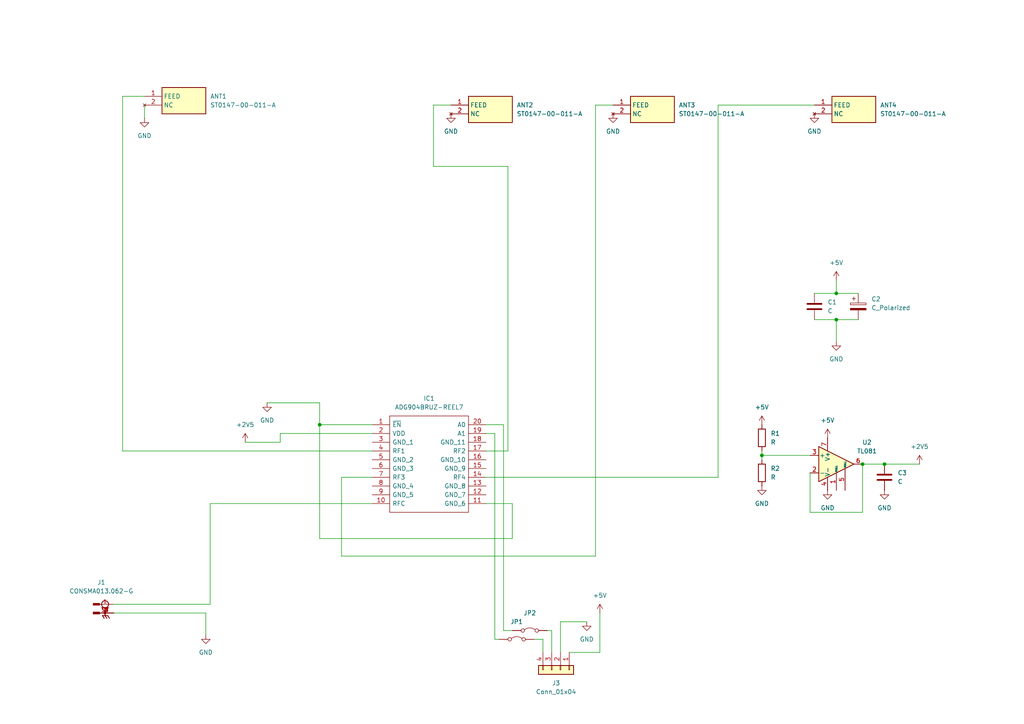
<source format=kicad_sch>
(kicad_sch (version 20231120) (generator "eeschema") (generator_version "8.0")
  (paper "A4")
  (lib_symbols
    (symbol "Amplifier_Operational:TL081" (pin_names (offset 0.127))
      (property "Reference" "U" (at 0 6.35 0))
      (property "Value" "TL081" (at 0 3.81 0))
      (symbol "TL081_0_1"
        (polyline (pts (xy -5.08 5.08) (xy 5.08 0) (xy -5.08 -5.08) (xy -5.08 5.08)) (stroke (width 0.254)) (fill (type background)))
      )
      (symbol "TL081_1_1"
        (pin input line (at 0 -7.62 90) (length 5.08) (name "NULL") (number "1"))
        (pin input line (at -7.62 -2.54 0) (length 2.54) (name "-") (number "2"))
        (pin input line (at -7.62 2.54 0) (length 2.54) (name "+") (number "3"))
        (pin power_in line (at -2.54 -7.62 90) (length 3.81) (name "V-") (number "4"))
        (pin input line (at 2.54 -7.62 90) (length 6.35) (name "NULL") (number "5"))
        (pin output line (at 7.62 0 180) (length 2.54) (name "~") (number "6"))
        (pin power_in line (at -2.54 7.62 270) (length 3.81) (name "V+") (number "7"))
        (pin no_connect line (at 0 2.54 270) (length 2.54) hide (name "NC") (number "8"))
      )
    )
    (symbol "Connector_Generic:Conn_01x04" (pin_names (offset 1.016) hide)
      (property "Reference" "J" (at 0 5.08 0))
      (property "Value" "Conn_01x04" (at 0 -7.62 0))
      (symbol "Conn_01x04_1_1"
        (rectangle (start -1.27 -4.953) (end 0 -5.207) (stroke (width 0.1524)))
        (rectangle (start -1.27 -2.413) (end 0 -2.667) (stroke (width 0.1524)))
        (rectangle (start -1.27 0.127) (end 0 -0.127) (stroke (width 0.1524)))
        (rectangle (start -1.27 2.667) (end 0 2.413) (stroke (width 0.1524)))
        (rectangle (start -1.27 3.81) (end 1.27 -6.35) (stroke (width 0.254)) (fill (type background)))
        (pin passive line (at -5.08 2.54 0) (length 3.81) (name "Pin_1") (number "1"))
        (pin passive line (at -5.08 0 0) (length 3.81) (name "Pin_2") (number "2"))
        (pin passive line (at -5.08 -2.54 0) (length 3.81) (name "Pin_3") (number "3"))
        (pin passive line (at -5.08 -5.08 0) (length 3.81) (name "Pin_4") (number "4"))
      )
    )
    (symbol "Device:C" (pin_numbers hide) (pin_names (offset 0.254))
      (property "Reference" "C" (at 0.635 2.54 0))
      (property "Value" "C" (at 0.635 -2.54 0))
      (symbol "C_0_1"
        (polyline (pts (xy -2.032 -0.762) (xy 2.032 -0.762)) (stroke (width 0.508)))
        (polyline (pts (xy -2.032 0.762) (xy 2.032 0.762)) (stroke (width 0.508)))
      )
      (symbol "C_1_1"
        (pin passive line (at 0 3.81 270) (length 2.794) (name "~") (number "1"))
        (pin passive line (at 0 -3.81 90) (length 2.794) (name "~") (number "2"))
      )
    )
    (symbol "Device:C_Polarized" (pin_numbers hide) (pin_names (offset 0.254))
      (property "Reference" "C" (at 0.635 2.54 0))
      (property "Value" "C_Polarized" (at 0.635 -2.54 0))
      (symbol "C_Polarized_0_1"
        (rectangle (start -2.286 0.508) (end 2.286 1.016))
        (polyline (pts (xy -1.778 2.286) (xy -0.762 2.286)))
        (polyline (pts (xy -1.27 2.794) (xy -1.27 1.778)))
        (rectangle (start 2.286 -0.508) (end -2.286 -1.016) (fill (type outline)))
      )
      (symbol "C_Polarized_1_1"
        (pin passive line (at 0 3.81 270) (length 2.794) (name "~") (number "1"))
        (pin passive line (at 0 -3.81 90) (length 2.794) (name "~") (number "2"))
      )
    )
    (symbol "Device:R" (pin_numbers hide) (pin_names (offset 0))
      (property "Reference" "R" (at 2.032 0 90))
      (property "Value" "R" (at 0 0 90))
      (symbol "R_0_1"
        (rectangle (start -1.016 -2.54) (end 1.016 2.54) (stroke (width 0.254)))
      )
      (symbol "R_1_1"
        (pin passive line (at 0 3.81 270) (length 1.27) (name "~") (number "1"))
        (pin passive line (at 0 -3.81 90) (length 1.27) (name "~") (number "2"))
      )
    )
    (symbol "Jumper:Jumper_2_Bridged" (pin_numbers hide) (pin_names (offset 0) hide) (exclude_from_sim yes)
      (property "Reference" "JP" (at 0 1.905 0))
      (property "Value" "Jumper_2_Bridged" (at 0 -2.54 0))
      (symbol "Jumper_2_Bridged_0_0"
        (circle (center -2.032 0) (radius 0.508))
        (circle (center 2.032 0) (radius 0.508))
      )
      (symbol "Jumper_2_Bridged_0_1"
        (arc (start 1.524 0.254) (mid 0 0.762) (end -1.524 0.254))
      )
      (symbol "Jumper_2_Bridged_1_1"
        (pin passive line (at -5.08 0 0) (length 2.54) (name "A") (number "1"))
        (pin passive line (at 5.08 0 180) (length 2.54) (name "B") (number "2"))
      )
    )
    (symbol "power:+2V5" (power) (pin_numbers hide) (pin_names (offset 0) hide)
      (property "Value" "+2V5" (at 0 3.556 0))
      (symbol "+2V5_0_1"
        (polyline (pts (xy -0.762 1.27) (xy 0 2.54)))
        (polyline (pts (xy 0 0) (xy 0 2.54)))
        (polyline (pts (xy 0 2.54) (xy 0.762 1.27)))
      )
      (symbol "+2V5_1_1"
        (pin power_in line (at 0 0 90) (length 0) (name "~") (number "1"))
      )
    )
    (symbol "power:+5V" (power) (pin_numbers hide) (pin_names (offset 0) hide)
      (property "Value" "+5V" (at 0 3.556 0))
      (symbol "+5V_0_1"
        (polyline (pts (xy -0.762 1.27) (xy 0 2.54)))
        (polyline (pts (xy 0 0) (xy 0 2.54)))
        (polyline (pts (xy 0 2.54) (xy 0.762 1.27)))
      )
      (symbol "+5V_1_1"
        (pin power_in line (at 0 0 90) (length 0) (name "~") (number "1"))
      )
    )
    (symbol "power:GND" (power) (pin_numbers hide) (pin_names (offset 0) hide)
      (property "Value" "GND" (at 0 -3.81 0))
      (symbol "GND_0_1"
        (polyline (pts (xy 0 0) (xy 0 -1.27) (xy 1.27 -1.27) (xy 0 -2.54) (xy -1.27 -1.27) (xy 0 -1.27)))
      )
      (symbol "GND_1_1"
        (pin power_in line (at 0 0 270) (length 0) (name "~") (number "1"))
      )
    )
    (symbol "test_library:ADG904BRUZ-REEL7" (pin_names (offset 0.762))
      (property "Reference" "IC" (at 29.21 7.62 0))
      (property "Value" "ADG904BRUZ-REEL7" (at 29.21 5.08 0))
      (symbol "ADG904BRUZ-REEL7_0_0"
        (pin passive line (at 0 0 0) (length 5.08) (name "~{EN}") (number "1"))
        (pin passive line (at 0 -22.86 0) (length 5.08) (name "RFC") (number "10"))
        (pin passive line (at 33.02 -22.86 180) (length 5.08) (name "GND_6") (number "11"))
        (pin passive line (at 33.02 -20.32 180) (length 5.08) (name "GND_7") (number "12"))
        (pin passive line (at 33.02 -17.78 180) (length 5.08) (name "GND_8") (number "13"))
        (pin passive line (at 33.02 -15.24 180) (length 5.08) (name "RF4") (number "14"))
        (pin passive line (at 33.02 -12.7 180) (length 5.08) (name "GND_9") (number "15"))
        (pin passive line (at 33.02 -10.16 180) (length 5.08) (name "GND_10") (number "16"))
        (pin passive line (at 33.02 -7.62 180) (length 5.08) (name "RF2") (number "17"))
        (pin passive line (at 33.02 -5.08 180) (length 5.08) (name "GND_11") (number "18"))
        (pin passive line (at 33.02 -2.54 180) (length 5.08) (name "A1") (number "19"))
        (pin passive line (at 0 -2.54 0) (length 5.08) (name "VDD") (number "2"))
        (pin passive line (at 33.02 0 180) (length 5.08) (name "A0") (number "20"))
        (pin passive line (at 0 -5.08 0) (length 5.08) (name "GND_1") (number "3"))
        (pin passive line (at 0 -7.62 0) (length 5.08) (name "RF1") (number "4"))
        (pin passive line (at 0 -10.16 0) (length 5.08) (name "GND_2") (number "5"))
        (pin passive line (at 0 -12.7 0) (length 5.08) (name "GND_3") (number "6"))
        (pin passive line (at 0 -15.24 0) (length 5.08) (name "RF3") (number "7"))
        (pin passive line (at 0 -17.78 0) (length 5.08) (name "GND_4") (number "8"))
        (pin passive line (at 0 -20.32 0) (length 5.08) (name "GND_5") (number "9"))
      )
      (symbol "ADG904BRUZ-REEL7_0_1"
        (polyline (pts (xy 5.08 2.54) (xy 27.94 2.54) (xy 27.94 -25.4) (xy 5.08 -25.4) (xy 5.08 2.54)) (stroke (width 0.1524)))
      )
    )
    (symbol "test_library:CONSMA013.062-G" (pin_names (offset 1.016))
      (property "Reference" "J" (at -3.81 1.524 0))
      (property "Value" "CONSMA013.062-G" (at -4.064 -6.858 0))
      (symbol "CONSMA013.062-G_0_0"
        (circle (center 0 -2.54) (radius 0.254) (stroke (width 0.254)))
        (polyline (pts (xy -1.016 -1.016) (xy 0 -1.016)) (stroke (width 0.254)))
        (polyline (pts (xy -0.762 -3.302) (xy -1.27 -4.064)) (stroke (width 0.254)))
        (polyline (pts (xy 0 -3.302) (xy -0.762 -3.302)) (stroke (width 0.254)))
        (polyline (pts (xy 0 -3.302) (xy -0.508 -4.064)) (stroke (width 0.254)))
        (polyline (pts (xy 0 -3.302) (xy 0.762 -3.302)) (stroke (width 0.254)))
        (polyline (pts (xy 0 -1.016) (xy 0 -3.302)) (stroke (width 0.254)))
        (polyline (pts (xy 0 -1.016) (xy 1.016 -1.016)) (stroke (width 0.254)))
        (polyline (pts (xy 0.762 -3.302) (xy 0.254 -4.064)) (stroke (width 0.254)))
        (circle (center 0 0) (radius 1.016) (stroke (width 0.254)))
        (rectangle (start 1.5875 -2.8575) (end 3.4925 -2.2225) (stroke (width 0.1)) (fill (type outline)))
        (rectangle (start 1.5875 -0.3175) (end 3.4925 0.3175) (stroke (width 0.1)) (fill (type outline)))
        (pin passive line (at -2.54 0 0) (length 5.08) (name "~") (number "1"))
        (pin passive line (at -2.54 -2.54 0) (length 5.08) (name "~") (number "S1"))
        (pin passive line (at -2.54 -2.54 0) (length 5.08) (name "~") (number "S2"))
        (pin passive line (at -2.54 -2.54 0) (length 5.08) (name "~") (number "S3"))
        (pin passive line (at -2.54 -2.54 0) (length 5.08) (name "~") (number "S4"))
      )
    )
    (symbol "test_library:ST0147-00-011-A"
      (property "Reference" "ANT" (at 19.05 7.62 0))
      (property "Value" "ST0147-00-011-A" (at 19.05 5.08 0))
      (symbol "ST0147-00-011-A_1_1"
        (rectangle (start 5.08 2.54) (end 17.78 -5.08) (stroke (width 0.254)) (fill (type background)))
        (pin input line (at 0 0 0) (length 5.08) (name "FEED") (number "1"))
        (pin no_connect line (at 0 -2.54 0) (length 5.08) (name "NC") (number "2"))
      )
    )
  )
  (junction (at 256.54 134.62))
  (junction (at 242.57 92.71))
  (junction (at 242.57 85.09))
  (junction (at 220.98 132.08))
  (junction (at 92.71 123.19))
  (junction (at 250.19 134.62))
  (wire (pts (xy 170.18 180.34) (xy 162.56 180.34)))
  (wire (pts (xy 33.02 177.8) (xy 59.69 177.8)))
  (wire (pts (xy 172.72 30.48) (xy 177.8 30.48)))
  (wire (pts (xy 148.59 182.88) (xy 146.05 182.88)))
  (wire (pts (xy 162.56 180.34) (xy 162.56 189.23)))
  (wire (pts (xy 248.92 92.71) (xy 242.57 92.71)))
  (wire (pts (xy 256.54 134.62) (xy 266.7 134.62)))
  (wire (pts (xy 146.05 123.19) (xy 140.97 123.19)))
  (wire (pts (xy 160.02 182.88) (xy 158.75 182.88)))
  (wire (pts (xy 236.22 85.09) (xy 242.57 85.09)))
  (wire (pts (xy 107.95 146.05) (xy 60.96 146.05)))
  (wire (pts (xy 146.05 182.88) (xy 146.05 123.19)))
  (wire (pts (xy 81.28 128.27) (xy 81.28 125.73)))
  (wire (pts (xy 147.32 48.26) (xy 125.73 48.26)))
  (wire (pts (xy 99.06 138.43) (xy 99.06 161.29)))
  (wire (pts (xy 148.59 156.21) (xy 148.59 146.05)))
  (wire (pts (xy 92.71 116.84) (xy 77.47 116.84)))
  (wire (pts (xy 107.95 123.19) (xy 92.71 123.19)))
  (wire (pts (xy 125.73 30.48) (xy 130.81 30.48)))
  (wire (pts (xy 220.98 132.08) (xy 234.95 132.08)))
  (wire (pts (xy 81.28 125.73) (xy 107.95 125.73)))
  (wire (pts (xy 41.91 30.48) (xy 41.91 34.29)))
  (wire (pts (xy 107.95 138.43) (xy 99.06 138.43)))
  (wire (pts (xy 71.12 128.27) (xy 81.28 128.27)))
  (wire (pts (xy 92.71 123.19) (xy 92.71 156.21)))
  (wire (pts (xy 242.57 92.71) (xy 242.57 99.06)))
  (wire (pts (xy 140.97 130.81) (xy 147.32 130.81)))
  (wire (pts (xy 172.72 161.29) (xy 172.72 30.48)))
  (wire (pts (xy 234.95 148.59) (xy 250.19 148.59)))
  (wire (pts (xy 143.51 125.73) (xy 140.97 125.73)))
  (wire (pts (xy 59.69 184.15) (xy 59.69 177.8)))
  (wire (pts (xy 143.51 185.42) (xy 143.51 125.73)))
  (wire (pts (xy 33.02 175.26) (xy 60.96 175.26)))
  (wire (pts (xy 92.71 156.21) (xy 148.59 156.21)))
  (wire (pts (xy 107.95 130.81) (xy 35.56 130.81)))
  (wire (pts (xy 35.56 27.94) (xy 41.91 27.94)))
  (wire (pts (xy 157.48 185.42) (xy 154.94 185.42)))
  (wire (pts (xy 208.28 30.48) (xy 208.28 138.43)))
  (wire (pts (xy 147.32 130.81) (xy 147.32 48.26)))
  (wire (pts (xy 125.73 48.26) (xy 125.73 30.48)))
  (wire (pts (xy 157.48 189.23) (xy 157.48 185.42)))
  (wire (pts (xy 60.96 146.05) (xy 60.96 175.26)))
  (wire (pts (xy 160.02 189.23) (xy 160.02 182.88)))
  (wire (pts (xy 250.19 134.62) (xy 256.54 134.62)))
  (wire (pts (xy 140.97 146.05) (xy 148.59 146.05)))
  (wire (pts (xy 165.1 189.23) (xy 173.99 189.23)))
  (wire (pts (xy 92.71 116.84) (xy 92.71 123.19)))
  (wire (pts (xy 220.98 132.08) (xy 220.98 133.35)))
  (wire (pts (xy 248.92 85.09) (xy 242.57 85.09)))
  (wire (pts (xy 144.78 185.42) (xy 143.51 185.42)))
  (wire (pts (xy 35.56 130.81) (xy 35.56 27.94)))
  (wire (pts (xy 250.19 148.59) (xy 250.19 134.62)))
  (wire (pts (xy 236.22 30.48) (xy 208.28 30.48)))
  (wire (pts (xy 234.95 148.59) (xy 234.95 137.16)))
  (wire (pts (xy 242.57 85.09) (xy 242.57 81.28)))
  (wire (pts (xy 236.22 92.71) (xy 242.57 92.71)))
  (wire (pts (xy 173.99 189.23) (xy 173.99 177.8)))
  (wire (pts (xy 208.28 138.43) (xy 140.97 138.43)))
  (wire (pts (xy 220.98 130.81) (xy 220.98 132.08)))
  (wire (pts (xy 99.06 161.29) (xy 172.72 161.29)))
  (symbol (lib_id "test_library:ST0147-00-011-A") (at 177.8 30.48 0) (unit 1)
    (property "Reference" "ANT3" (at 196.85 30.4799 0) (effects (justify left)))
    (property "Value" "ST0147-00-011-A" (at 196.85 33.0199 0) (effects (justify left)))
    (property "Footprint" "ANTC3016X55N" (effects (hide yes)))
    (property "Datasheet" "https://s3-us-west-2.amazonaws.com/catsy.582/ST0147-00-011-A+BT+WiFi+2.4G+Datasheet-RB00.pdf" (effects (hide yes)))
    (property "Description" "RF Antenna Chip PCB Surface Mount Single Band 2W 50 Ohm" (effects (hide yes)))
    (property "Height" "0.55" (effects (hide yes)))
    (property "Manufacturer_Name" "Amphenol RF" (effects (hide yes)))
    (property "Manufacturer_Part_Number" "ST0147-00-011-A" (effects (hide yes)))
  )
  (symbol (lib_id "power:GND") (at 242.57 99.06 0) (unit 1)
    (property "Reference" "#PWR010" (effects (hide yes)))
    (property "Value" "GND" (at 242.57 104.14 0))
    (property "Description" "Power symbol creates a global label with name \"GND\" , ground" (effects (hide yes)))
  )
  (symbol (lib_id "Jumper:Jumper_2_Bridged") (at 153.67 182.88 0) (unit 1) (exclude_from_sim yes)
    (property "Reference" "JP2" (at 153.67 177.8 0))
    (property "Value" "Jumper_2_Bridged" (effects (hide yes)))
    (property "Footprint" "test_footprint_library:jumper20" (effects (hide yes)))
    (property "Description" "Jumper, 2-pole, closed/bridged" (effects (hide yes)))
  )
  (symbol (lib_id "power:GND") (at 177.8 33.02 0) (unit 1)
    (property "Reference" "#PWR06" (effects (hide yes)))
    (property "Value" "GND" (at 177.8 38.1 0))
    (property "Description" "Power symbol creates a global label with name \"GND\" , ground" (effects (hide yes)))
  )
  (symbol (lib_id "Device:C_Polarized") (at 248.92 88.9 0) (unit 1)
    (property "Reference" "C2" (at 252.73 86.7409 0) (effects (justify left)))
    (property "Value" "C_Polarized" (at 252.73 89.2809 0) (effects (justify left)))
    (property "Footprint" "Capacitor_SMD:CP_Elec_6.3x5.4" (effects (hide yes)))
    (property "Description" "Polarized capacitor" (effects (hide yes)))
  )
  (symbol (lib_id "test_library:ST0147-00-011-A") (at 236.22 30.48 0) (unit 1)
    (property "Reference" "ANT4" (at 255.27 30.4799 0) (effects (justify left)))
    (property "Value" "ST0147-00-011-A" (at 255.27 33.0199 0) (effects (justify left)))
    (property "Footprint" "ANTC3016X55N" (effects (hide yes)))
    (property "Datasheet" "https://s3-us-west-2.amazonaws.com/catsy.582/ST0147-00-011-A+BT+WiFi+2.4G+Datasheet-RB00.pdf" (effects (hide yes)))
    (property "Description" "RF Antenna Chip PCB Surface Mount Single Band 2W 50 Ohm" (effects (hide yes)))
    (property "Height" "0.55" (effects (hide yes)))
    (property "Manufacturer_Name" "Amphenol RF" (effects (hide yes)))
    (property "Manufacturer_Part_Number" "ST0147-00-011-A" (effects (hide yes)))
  )
  (symbol (lib_id "Jumper:Jumper_2_Bridged") (at 149.86 185.42 0) (unit 1) (exclude_from_sim yes)
    (property "Reference" "JP1" (at 149.86 180.34 0))
    (property "Value" "Jumper_2_Bridged" (effects (hide yes)))
    (property "Footprint" "test_footprint_library:jumper20" (effects (hide yes)))
    (property "Description" "Jumper, 2-pole, closed/bridged" (effects (hide yes)))
  )
  (symbol (lib_id "power:GND") (at 59.69 184.15 0) (unit 1)
    (property "Reference" "#PWR07" (effects (hide yes)))
    (property "Value" "GND" (at 59.69 189.23 0))
    (property "Description" "Power symbol creates a global label with name \"GND\" , ground" (effects (hide yes)))
  )
  (symbol (lib_id "Device:R") (at 220.98 137.16 0) (unit 1)
    (property "Reference" "R2" (at 223.52 135.8899 0) (effects (justify left)))
    (property "Value" "R" (at 223.52 138.4299 0) (effects (justify left)))
    (property "Footprint" "Resistor_THT:R_Axial_DIN0411_L9.9mm_D3.6mm_P15.24mm_Horizontal" (effects (hide yes)))
    (property "Description" "Resistor" (effects (hide yes)))
  )
  (symbol (lib_id "test_library:CONSMA013.062-G") (at 30.48 175.26 0) (mirror y) (unit 1)
    (property "Reference" "J1" (at 29.4072 168.91 0))
    (property "Value" "CONSMA013.062-G" (at 29.4072 171.45 0))
    (property "Footprint" "test_footprint_library:LINX_CONSMA013.062-G" (effects (hide yes)))
    (property "MF" "Linx Technologies" (effects (hide yes)))
    (property "MAXIMUM_PACKAGE_HEIGHT" "4.3mm" (effects (hide yes)))
    (property "Package" "None" (effects (hide yes)))
    (property "Price" "None" (effects (hide yes)))
    (property "Check_prices" "https://www.snapeda.com/parts/CONSMA013.062-G/Linx/view-part/?ref=eda" (effects (hide yes)))
    (property "STANDARD" "Manufacturer Recommendations" (effects (hide yes)))
    (property "PARTREV" "A" (effects (hide yes)))
    (property "SnapEDA_Link" "https://www.snapeda.com/parts/CONSMA013.062-G/Linx/view-part/?ref=snap" (effects (hide yes)))
    (property "MP" "CONSMA013.062-G" (effects (hide yes)))
    (property "Description_1" "\n                        \n                            SMA Plug 50 Ohm .062 PCB Edge Mount\n                        \n" (effects (hide yes)))
    (property "Availability" "In Stock" (effects (hide yes)))
    (property "MANUFACTURER" "Linx Technologies" (effects (hide yes)))
  )
  (symbol (lib_id "power:GND") (at 240.03 142.24 0) (unit 1)
    (property "Reference" "#PWR013" (effects (hide yes)))
    (property "Value" "GND" (at 240.03 147.32 0))
    (property "Description" "Power symbol creates a global label with name \"GND\" , ground" (effects (hide yes)))
  )
  (symbol (lib_id "power:GND") (at 77.47 116.84 0) (unit 1)
    (property "Reference" "#PWR02" (effects (hide yes)))
    (property "Value" "GND" (at 77.47 121.92 0))
    (property "Description" "Power symbol creates a global label with name \"GND\" , ground" (effects (hide yes)))
  )
  (symbol (lib_id "Connector_Generic:Conn_01x04") (at 162.56 194.31 270) (unit 1)
    (property "Reference" "J3" (at 161.29 198.12 90))
    (property "Value" "Conn_01x04" (at 161.29 200.66 90))
    (property "Footprint" "Connector_PinHeader_2.54mm:PinHeader_1x04_P2.54mm_Horizontal" (effects (hide yes)))
    (property "Description" "Generic connector, single row, 01x04, script generated (kicad-library-utils/schlib/autogen/connector/)" (effects (hide yes)))
  )
  (symbol (lib_id "power:GND") (at 41.91 34.29 0) (unit 1)
    (property "Reference" "#PWR04" (effects (hide yes)))
    (property "Value" "GND" (at 41.91 39.37 0))
    (property "Description" "Power symbol creates a global label with name \"GND\" , ground" (effects (hide yes)))
  )
  (symbol (lib_id "power:+5V") (at 173.99 177.8 0) (unit 1)
    (property "Reference" "#PWR01" (effects (hide yes)))
    (property "Value" "+5V" (at 173.99 172.72 0))
    (property "Description" "Power symbol creates a global label with name \"+5V\"" (effects (hide yes)))
  )
  (symbol (lib_id "power:+5V") (at 220.98 123.19 0) (unit 1)
    (property "Reference" "#PWR012" (effects (hide yes)))
    (property "Value" "+5V" (at 220.98 118.11 0))
    (property "Description" "Power symbol creates a global label with name \"+5V\"" (effects (hide yes)))
  )
  (symbol (lib_id "test_library:ADG904BRUZ-REEL7") (at 107.95 123.19 0) (unit 1)
    (property "Reference" "IC1" (at 124.46 115.57 0))
    (property "Value" "ADG904BRUZ-REEL7" (at 124.46 118.11 0))
    (property "Footprint" "SOP65P640X120-20N" (effects (hide yes)))
    (property "Datasheet" "https://componentsearchengine.com/Datasheets/1/ADG904BRUZ-REEL7.pdf" (effects (hide yes)))
    (property "Description" "RF Switch ICs W'Band Absorbtive/Refl've 4:1 MPX IC." (effects (hide yes)))
    (property "Description_1" "RF Switch ICs W\\'Band Absorbtive/Refl\\'ve 4:1 MPX IC." (effects (hide yes)))
    (property "Height" "1.2" (effects (hide yes)))
    (property "Mouser Part Number" "584-ADG904BRUZ-R7" (effects (hide yes)))
    (property "Mouser Price/Stock" "https://www.mouser.com/Search/Refine.aspx?Keyword=584-ADG904BRUZ-R7" (effects (hide yes)))
    (property "Manufacturer_Name" "Analog Devices" (effects (hide yes)))
    (property "Manufacturer_Part_Number" "ADG904BRUZ-REEL7" (effects (hide yes)))
  )
  (symbol (lib_id "power:GND") (at 220.98 140.97 0) (unit 1)
    (property "Reference" "#PWR011" (effects (hide yes)))
    (property "Value" "GND" (at 220.98 146.05 0))
    (property "Description" "Power symbol creates a global label with name \"GND\" , ground" (effects (hide yes)))
  )
  (symbol (lib_id "power:GND") (at 130.81 33.02 0) (unit 1)
    (property "Reference" "#PWR05" (effects (hide yes)))
    (property "Value" "GND" (at 130.81 38.1 0))
    (property "Description" "Power symbol creates a global label with name \"GND\" , ground" (effects (hide yes)))
  )
  (symbol (lib_id "test_library:ST0147-00-011-A") (at 41.91 27.94 0) (unit 1)
    (property "Reference" "ANT1" (at 60.96 27.9399 0) (effects (justify left)))
    (property "Value" "ST0147-00-011-A" (at 60.96 30.4799 0) (effects (justify left)))
    (property "Footprint" "ANTC3016X55N" (effects (hide yes)))
    (property "Datasheet" "https://s3-us-west-2.amazonaws.com/catsy.582/ST0147-00-011-A+BT+WiFi+2.4G+Datasheet-RB00.pdf" (effects (hide yes)))
    (property "Description" "RF Antenna Chip PCB Surface Mount Single Band 2W 50 Ohm" (effects (hide yes)))
    (property "Height" "0.55" (effects (hide yes)))
    (property "Manufacturer_Name" "Amphenol RF" (effects (hide yes)))
    (property "Manufacturer_Part_Number" "ST0147-00-011-A" (effects (hide yes)))
  )
  (symbol (lib_id "power:GND") (at 170.18 180.34 0) (unit 1)
    (property "Reference" "#PWR08" (effects (hide yes)))
    (property "Value" "GND" (at 170.18 185.42 0))
    (property "Description" "Power symbol creates a global label with name \"GND\" , ground" (effects (hide yes)))
  )
  (symbol (lib_id "Device:C") (at 256.54 138.43 0) (unit 1)
    (property "Reference" "C3" (at 260.35 137.1599 0) (effects (justify left)))
    (property "Value" "C" (at 260.35 139.6999 0) (effects (justify left)))
    (property "Footprint" "Capacitor_SMD:CP_Elec_6.3x5.4" (effects (hide yes)))
    (property "Description" "Unpolarized capacitor" (effects (hide yes)))
  )
  (symbol (lib_id "power:+2V5") (at 71.12 128.27 0) (unit 1)
    (property "Reference" "#PWR03" (effects (hide yes)))
    (property "Value" "+2V5" (at 71.12 123.19 0))
    (property "Description" "Power symbol creates a global label with name \"+2V5\"" (effects (hide yes)))
  )
  (symbol (lib_id "power:GND") (at 256.54 142.24 0) (unit 1)
    (property "Reference" "#PWR015" (effects (hide yes)))
    (property "Value" "GND" (at 256.54 147.32 0))
    (property "Description" "Power symbol creates a global label with name \"GND\" , ground" (effects (hide yes)))
  )
  (symbol (lib_id "Amplifier_Operational:TL081") (at 242.57 134.62 0) (unit 1)
    (property "Reference" "U2" (at 251.46 128.3014 0))
    (property "Value" "TL081" (at 251.46 130.8414 0))
    (property "Footprint" "Package_DIP:DIP-8_W7.62mm" (effects (hide yes)))
    (property "Datasheet" "http://www.ti.com/lit/ds/symlink/tl081.pdf" (effects (hide yes)))
    (property "Description" "Single JFET-Input Operational Amplifiers, DIP-8/SOIC-8" (effects (hide yes)))
  )
  (symbol (lib_id "Device:C") (at 236.22 88.9 0) (unit 1)
    (property "Reference" "C1" (at 240.03 87.6299 0) (effects (justify left)))
    (property "Value" "C" (at 240.03 90.1699 0) (effects (justify left)))
    (property "Footprint" "Capacitor_SMD:CP_Elec_6.3x5.4" (effects (hide yes)))
    (property "Description" "Unpolarized capacitor" (effects (hide yes)))
  )
  (symbol (lib_id "power:+2V5") (at 266.7 134.62 0) (unit 1)
    (property "Reference" "#PWR016" (effects (hide yes)))
    (property "Value" "+2V5" (at 266.7 129.54 0))
    (property "Description" "Power symbol creates a global label with name \"+2V5\"" (effects (hide yes)))
  )
  (symbol (lib_id "power:+5V") (at 240.03 127 0) (unit 1)
    (property "Reference" "#PWR014" (effects (hide yes)))
    (property "Value" "+5V" (at 240.03 121.92 0))
    (property "Description" "Power symbol creates a global label with name \"+5V\"" (effects (hide yes)))
  )
  (symbol (lib_id "power:GND") (at 236.22 33.02 0) (unit 1)
    (property "Reference" "#PWR017" (effects (hide yes)))
    (property "Value" "GND" (at 236.22 38.1 0))
    (property "Description" "Power symbol creates a global label with name \"GND\" , ground" (effects (hide yes)))
  )
  (symbol (lib_id "Device:R") (at 220.98 127 0) (unit 1)
    (property "Reference" "R1" (at 223.52 125.7299 0) (effects (justify left)))
    (property "Value" "R" (at 223.52 128.2699 0) (effects (justify left)))
    (property "Footprint" "Resistor_THT:R_Axial_DIN0411_L9.9mm_D3.6mm_P15.24mm_Horizontal" (effects (hide yes)))
    (property "Description" "Resistor" (effects (hide yes)))
  )
  (symbol (lib_id "test_library:ST0147-00-011-A") (at 130.81 30.48 0) (unit 1)
    (property "Reference" "ANT2" (at 149.86 30.4799 0) (effects (justify left)))
    (property "Value" "ST0147-00-011-A" (at 149.86 33.0199 0) (effects (justify left)))
    (property "Footprint" "ANTC3016X55N" (effects (hide yes)))
    (property "Datasheet" "https://s3-us-west-2.amazonaws.com/catsy.582/ST0147-00-011-A+BT+WiFi+2.4G+Datasheet-RB00.pdf" (effects (hide yes)))
    (property "Description" "RF Antenna Chip PCB Surface Mount Single Band 2W 50 Ohm" (effects (hide yes)))
    (property "Height" "0.55" (effects (hide yes)))
    (property "Manufacturer_Name" "Amphenol RF" (effects (hide yes)))
    (property "Manufacturer_Part_Number" "ST0147-00-011-A" (effects (hide yes)))
  )
  (symbol (lib_id "power:+5V") (at 242.57 81.28 0) (unit 1)
    (property "Reference" "#PWR09" (effects (hide yes)))
    (property "Value" "+5V" (at 242.57 76.2 0))
    (property "Description" "Power symbol creates a global label with name \"+5V\"" (effects (hide yes)))
  )
)
</source>
